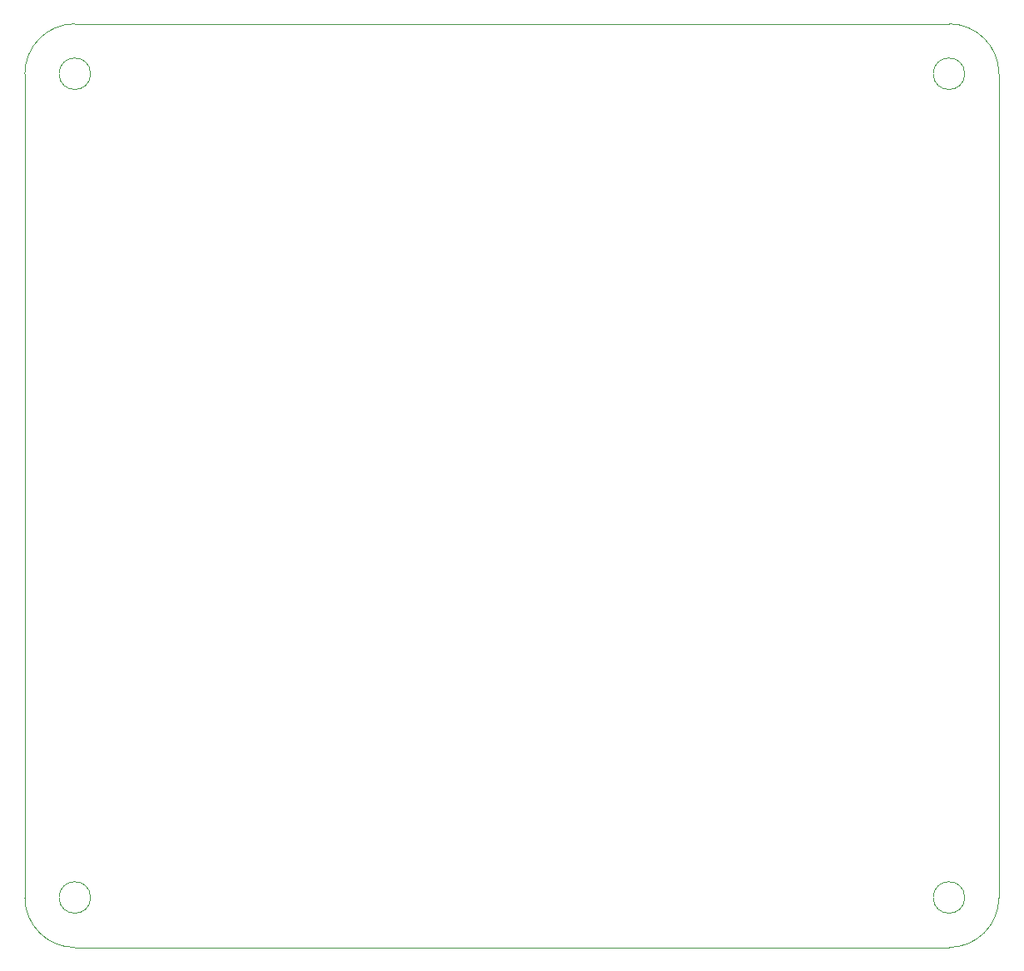
<source format=gbr>
%TF.GenerationSoftware,KiCad,Pcbnew,7.0.1*%
%TF.CreationDate,2023-04-12T13:59:21-04:00*%
%TF.ProjectId,PCB_BioGenius,5043425f-4269-46f4-9765-6e6975732e6b,rev?*%
%TF.SameCoordinates,Original*%
%TF.FileFunction,Profile,NP*%
%FSLAX46Y46*%
G04 Gerber Fmt 4.6, Leading zero omitted, Abs format (unit mm)*
G04 Created by KiCad (PCBNEW 7.0.1) date 2023-04-12 13:59:21*
%MOMM*%
%LPD*%
G01*
G04 APERTURE LIST*
%TA.AperFunction,Profile*%
%ADD10C,0.100000*%
%TD*%
G04 APERTURE END LIST*
D10*
X176860000Y-83820000D02*
G75*
G03*
X176860000Y-83820000I-1600000J0D01*
G01*
X176860000Y-167640000D02*
G75*
G03*
X176860000Y-167640000I-1600000J0D01*
G01*
X175260000Y-78740000D02*
X86360000Y-78740000D01*
X81280000Y-83820000D02*
X81280000Y-167640000D01*
X180340000Y-167640000D02*
X180340000Y-83820000D01*
X87960000Y-83820000D02*
G75*
G03*
X87960000Y-83820000I-1600000J0D01*
G01*
X86360000Y-78740000D02*
G75*
G03*
X81280000Y-83820000I0J-5080000D01*
G01*
X86360000Y-172720000D02*
X175260000Y-172720000D01*
X175260000Y-172720000D02*
G75*
G03*
X180340000Y-167640000I0J5080000D01*
G01*
X87960000Y-167640000D02*
G75*
G03*
X87960000Y-167640000I-1600000J0D01*
G01*
X180340000Y-83820000D02*
G75*
G03*
X175260000Y-78740000I-5080000J0D01*
G01*
X81280000Y-167640000D02*
G75*
G03*
X86360000Y-172720000I5080000J0D01*
G01*
M02*

</source>
